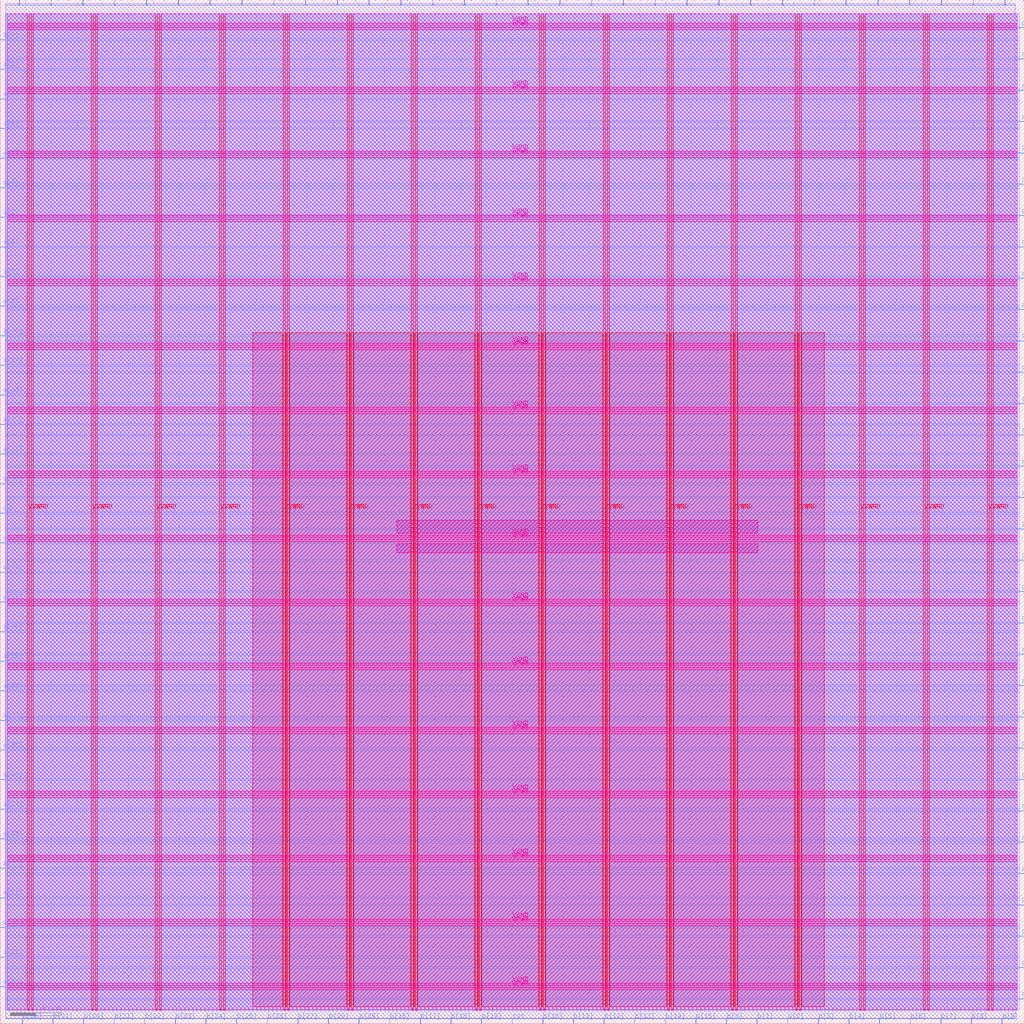
<source format=lef>
VERSION 5.7 ;
  NOWIREEXTENSIONATPIN ON ;
  DIVIDERCHAR "/" ;
  BUSBITCHARS "[]" ;
MACRO pipelined_mult
  CLASS BLOCK ;
  FOREIGN pipelined_mult ;
  ORIGIN 0.000 0.000 ;
  SIZE 800.000 BY 800.000 ;
  PIN VGND
    DIRECTION INOUT ;
    USE GROUND ;
    PORT
      LAYER met4 ;
        RECT 24.340 10.640 25.940 789.040 ;
    END
    PORT
      LAYER met4 ;
        RECT 74.340 10.640 75.940 789.040 ;
    END
    PORT
      LAYER met4 ;
        RECT 124.340 10.640 125.940 789.040 ;
    END
    PORT
      LAYER met4 ;
        RECT 174.340 10.640 175.940 789.040 ;
    END
    PORT
      LAYER met4 ;
        RECT 224.340 10.640 225.940 789.040 ;
    END
    PORT
      LAYER met4 ;
        RECT 274.340 10.640 275.940 789.040 ;
    END
    PORT
      LAYER met4 ;
        RECT 324.340 10.640 325.940 789.040 ;
    END
    PORT
      LAYER met4 ;
        RECT 374.340 10.640 375.940 789.040 ;
    END
    PORT
      LAYER met4 ;
        RECT 424.340 10.640 425.940 789.040 ;
    END
    PORT
      LAYER met4 ;
        RECT 474.340 10.640 475.940 789.040 ;
    END
    PORT
      LAYER met4 ;
        RECT 524.340 10.640 525.940 789.040 ;
    END
    PORT
      LAYER met4 ;
        RECT 574.340 10.640 575.940 789.040 ;
    END
    PORT
      LAYER met4 ;
        RECT 624.340 10.640 625.940 789.040 ;
    END
    PORT
      LAYER met4 ;
        RECT 674.340 10.640 675.940 789.040 ;
    END
    PORT
      LAYER met4 ;
        RECT 724.340 10.640 725.940 789.040 ;
    END
    PORT
      LAYER met4 ;
        RECT 774.340 10.640 775.940 789.040 ;
    END
    PORT
      LAYER met5 ;
        RECT 5.280 30.030 794.660 31.630 ;
    END
    PORT
      LAYER met5 ;
        RECT 5.280 80.030 794.660 81.630 ;
    END
    PORT
      LAYER met5 ;
        RECT 5.280 130.030 794.660 131.630 ;
    END
    PORT
      LAYER met5 ;
        RECT 5.280 180.030 794.660 181.630 ;
    END
    PORT
      LAYER met5 ;
        RECT 5.280 230.030 794.660 231.630 ;
    END
    PORT
      LAYER met5 ;
        RECT 5.280 280.030 794.660 281.630 ;
    END
    PORT
      LAYER met5 ;
        RECT 5.280 330.030 794.660 331.630 ;
    END
    PORT
      LAYER met5 ;
        RECT 5.280 380.030 794.660 381.630 ;
    END
    PORT
      LAYER met5 ;
        RECT 5.280 430.030 794.660 431.630 ;
    END
    PORT
      LAYER met5 ;
        RECT 5.280 480.030 794.660 481.630 ;
    END
    PORT
      LAYER met5 ;
        RECT 5.280 530.030 794.660 531.630 ;
    END
    PORT
      LAYER met5 ;
        RECT 5.280 580.030 794.660 581.630 ;
    END
    PORT
      LAYER met5 ;
        RECT 5.280 630.030 794.660 631.630 ;
    END
    PORT
      LAYER met5 ;
        RECT 5.280 680.030 794.660 681.630 ;
    END
    PORT
      LAYER met5 ;
        RECT 5.280 730.030 794.660 731.630 ;
    END
    PORT
      LAYER met5 ;
        RECT 5.280 780.030 794.660 781.630 ;
    END
  END VGND
  PIN VPWR
    DIRECTION INOUT ;
    USE POWER ;
    PORT
      LAYER met4 ;
        RECT 21.040 10.640 22.640 789.040 ;
    END
    PORT
      LAYER met4 ;
        RECT 71.040 10.640 72.640 789.040 ;
    END
    PORT
      LAYER met4 ;
        RECT 121.040 10.640 122.640 789.040 ;
    END
    PORT
      LAYER met4 ;
        RECT 171.040 10.640 172.640 789.040 ;
    END
    PORT
      LAYER met4 ;
        RECT 221.040 10.640 222.640 789.040 ;
    END
    PORT
      LAYER met4 ;
        RECT 271.040 10.640 272.640 789.040 ;
    END
    PORT
      LAYER met4 ;
        RECT 321.040 10.640 322.640 789.040 ;
    END
    PORT
      LAYER met4 ;
        RECT 371.040 10.640 372.640 789.040 ;
    END
    PORT
      LAYER met4 ;
        RECT 421.040 10.640 422.640 789.040 ;
    END
    PORT
      LAYER met4 ;
        RECT 471.040 10.640 472.640 789.040 ;
    END
    PORT
      LAYER met4 ;
        RECT 521.040 10.640 522.640 789.040 ;
    END
    PORT
      LAYER met4 ;
        RECT 571.040 10.640 572.640 789.040 ;
    END
    PORT
      LAYER met4 ;
        RECT 621.040 10.640 622.640 789.040 ;
    END
    PORT
      LAYER met4 ;
        RECT 671.040 10.640 672.640 789.040 ;
    END
    PORT
      LAYER met4 ;
        RECT 721.040 10.640 722.640 789.040 ;
    END
    PORT
      LAYER met4 ;
        RECT 771.040 10.640 772.640 789.040 ;
    END
    PORT
      LAYER met5 ;
        RECT 5.280 26.730 794.660 28.330 ;
    END
    PORT
      LAYER met5 ;
        RECT 5.280 76.730 794.660 78.330 ;
    END
    PORT
      LAYER met5 ;
        RECT 5.280 126.730 794.660 128.330 ;
    END
    PORT
      LAYER met5 ;
        RECT 5.280 176.730 794.660 178.330 ;
    END
    PORT
      LAYER met5 ;
        RECT 5.280 226.730 794.660 228.330 ;
    END
    PORT
      LAYER met5 ;
        RECT 5.280 276.730 794.660 278.330 ;
    END
    PORT
      LAYER met5 ;
        RECT 5.280 326.730 794.660 328.330 ;
    END
    PORT
      LAYER met5 ;
        RECT 5.280 376.730 794.660 378.330 ;
    END
    PORT
      LAYER met5 ;
        RECT 5.280 426.730 794.660 428.330 ;
    END
    PORT
      LAYER met5 ;
        RECT 5.280 476.730 794.660 478.330 ;
    END
    PORT
      LAYER met5 ;
        RECT 5.280 526.730 794.660 528.330 ;
    END
    PORT
      LAYER met5 ;
        RECT 5.280 576.730 794.660 578.330 ;
    END
    PORT
      LAYER met5 ;
        RECT 5.280 626.730 794.660 628.330 ;
    END
    PORT
      LAYER met5 ;
        RECT 5.280 676.730 794.660 678.330 ;
    END
    PORT
      LAYER met5 ;
        RECT 5.280 726.730 794.660 728.330 ;
    END
    PORT
      LAYER met5 ;
        RECT 5.280 776.730 794.660 778.330 ;
    END
  END VPWR
  PIN a[0]
    DIRECTION INPUT ;
    USE SIGNAL ;
    ANTENNAGATEAREA 0.213000 ;
    PORT
      LAYER met3 ;
        RECT 0.000 560.360 4.000 560.960 ;
    END
  END a[0]
  PIN a[10]
    DIRECTION INPUT ;
    USE SIGNAL ;
    ANTENNAGATEAREA 0.159000 ;
    PORT
      LAYER met3 ;
        RECT 0.000 421.640 4.000 422.240 ;
    END
  END a[10]
  PIN a[11]
    DIRECTION INPUT ;
    USE SIGNAL ;
    ANTENNAGATEAREA 0.159000 ;
    PORT
      LAYER met3 ;
        RECT 0.000 444.760 4.000 445.360 ;
    END
  END a[11]
  PIN a[12]
    DIRECTION INPUT ;
    USE SIGNAL ;
    ANTENNAGATEAREA 0.159000 ;
    PORT
      LAYER met3 ;
        RECT 0.000 467.880 4.000 468.480 ;
    END
  END a[12]
  PIN a[13]
    DIRECTION INPUT ;
    USE SIGNAL ;
    ANTENNAGATEAREA 0.159000 ;
    PORT
      LAYER met3 ;
        RECT 0.000 491.000 4.000 491.600 ;
    END
  END a[13]
  PIN a[14]
    DIRECTION INPUT ;
    USE SIGNAL ;
    ANTENNAGATEAREA 0.159000 ;
    PORT
      LAYER met3 ;
        RECT 0.000 514.120 4.000 514.720 ;
    END
  END a[14]
  PIN a[15]
    DIRECTION INPUT ;
    USE SIGNAL ;
    ANTENNAGATEAREA 0.159000 ;
    PORT
      LAYER met3 ;
        RECT 0.000 537.240 4.000 537.840 ;
    END
  END a[15]
  PIN a[16]
    DIRECTION INPUT ;
    USE SIGNAL ;
    ANTENNAGATEAREA 0.196500 ;
    PORT
      LAYER met3 ;
        RECT 0.000 306.040 4.000 306.640 ;
    END
  END a[16]
  PIN a[17]
    DIRECTION INPUT ;
    USE SIGNAL ;
    ANTENNAGATEAREA 0.126000 ;
    PORT
      LAYER met3 ;
        RECT 0.000 329.160 4.000 329.760 ;
    END
  END a[17]
  PIN a[18]
    DIRECTION INPUT ;
    USE SIGNAL ;
    ANTENNAGATEAREA 0.213000 ;
    PORT
      LAYER met3 ;
        RECT 0.000 352.280 4.000 352.880 ;
    END
  END a[18]
  PIN a[19]
    DIRECTION INPUT ;
    USE SIGNAL ;
    ANTENNAGATEAREA 0.213000 ;
    PORT
      LAYER met3 ;
        RECT 0.000 375.400 4.000 376.000 ;
    END
  END a[19]
  PIN a[1]
    DIRECTION INPUT ;
    USE SIGNAL ;
    ANTENNAGATEAREA 0.213000 ;
    PORT
      LAYER met3 ;
        RECT 0.000 583.480 4.000 584.080 ;
    END
  END a[1]
  PIN a[20]
    DIRECTION INPUT ;
    USE SIGNAL ;
    ANTENNAGATEAREA 0.159000 ;
    PORT
      LAYER met3 ;
        RECT 0.000 74.840 4.000 75.440 ;
    END
  END a[20]
  PIN a[21]
    DIRECTION INPUT ;
    USE SIGNAL ;
    ANTENNAGATEAREA 0.213000 ;
    PORT
      LAYER met3 ;
        RECT 0.000 97.960 4.000 98.560 ;
    END
  END a[21]
  PIN a[22]
    DIRECTION INPUT ;
    USE SIGNAL ;
    ANTENNAGATEAREA 0.213000 ;
    PORT
      LAYER met3 ;
        RECT 0.000 121.080 4.000 121.680 ;
    END
  END a[22]
  PIN a[23]
    DIRECTION INPUT ;
    USE SIGNAL ;
    ANTENNAGATEAREA 0.213000 ;
    PORT
      LAYER met3 ;
        RECT 0.000 144.200 4.000 144.800 ;
    END
  END a[23]
  PIN a[24]
    DIRECTION INPUT ;
    USE SIGNAL ;
    ANTENNAGATEAREA 0.126000 ;
    PORT
      LAYER met3 ;
        RECT 0.000 167.320 4.000 167.920 ;
    END
  END a[24]
  PIN a[25]
    DIRECTION INPUT ;
    USE SIGNAL ;
    ANTENNAGATEAREA 0.196500 ;
    PORT
      LAYER met3 ;
        RECT 0.000 190.440 4.000 191.040 ;
    END
  END a[25]
  PIN a[26]
    DIRECTION INPUT ;
    USE SIGNAL ;
    ANTENNAGATEAREA 0.196500 ;
    PORT
      LAYER met3 ;
        RECT 0.000 213.560 4.000 214.160 ;
    END
  END a[26]
  PIN a[27]
    DIRECTION INPUT ;
    USE SIGNAL ;
    ANTENNAGATEAREA 0.196500 ;
    PORT
      LAYER met3 ;
        RECT 0.000 236.680 4.000 237.280 ;
    END
  END a[27]
  PIN a[28]
    DIRECTION INPUT ;
    USE SIGNAL ;
    ANTENNAGATEAREA 0.196500 ;
    PORT
      LAYER met3 ;
        RECT 0.000 259.800 4.000 260.400 ;
    END
  END a[28]
  PIN a[29]
    DIRECTION INPUT ;
    USE SIGNAL ;
    ANTENNAGATEAREA 0.196500 ;
    PORT
      LAYER met3 ;
        RECT 0.000 282.920 4.000 283.520 ;
    END
  END a[29]
  PIN a[2]
    DIRECTION INPUT ;
    USE SIGNAL ;
    ANTENNAGATEAREA 0.213000 ;
    PORT
      LAYER met3 ;
        RECT 0.000 606.600 4.000 607.200 ;
    END
  END a[2]
  PIN a[30]
    DIRECTION INPUT ;
    USE SIGNAL ;
    ANTENNAGATEAREA 0.159000 ;
    PORT
      LAYER met3 ;
        RECT 0.000 28.600 4.000 29.200 ;
    END
  END a[30]
  PIN a[31]
    DIRECTION INPUT ;
    USE SIGNAL ;
    ANTENNAGATEAREA 0.213000 ;
    PORT
      LAYER met3 ;
        RECT 0.000 51.720 4.000 52.320 ;
    END
  END a[31]
  PIN a[3]
    DIRECTION INPUT ;
    USE SIGNAL ;
    ANTENNAGATEAREA 0.213000 ;
    PORT
      LAYER met3 ;
        RECT 0.000 629.720 4.000 630.320 ;
    END
  END a[3]
  PIN a[4]
    DIRECTION INPUT ;
    USE SIGNAL ;
    ANTENNAGATEAREA 0.213000 ;
    PORT
      LAYER met3 ;
        RECT 0.000 652.840 4.000 653.440 ;
    END
  END a[4]
  PIN a[5]
    DIRECTION INPUT ;
    USE SIGNAL ;
    ANTENNAGATEAREA 0.213000 ;
    PORT
      LAYER met3 ;
        RECT 0.000 675.960 4.000 676.560 ;
    END
  END a[5]
  PIN a[6]
    DIRECTION INPUT ;
    USE SIGNAL ;
    ANTENNAGATEAREA 0.213000 ;
    PORT
      LAYER met3 ;
        RECT 0.000 699.080 4.000 699.680 ;
    END
  END a[6]
  PIN a[7]
    DIRECTION INPUT ;
    USE SIGNAL ;
    ANTENNAGATEAREA 0.247500 ;
    PORT
      LAYER met3 ;
        RECT 0.000 722.200 4.000 722.800 ;
    END
  END a[7]
  PIN a[8]
    DIRECTION INPUT ;
    USE SIGNAL ;
    ANTENNAGATEAREA 0.247500 ;
    PORT
      LAYER met3 ;
        RECT 0.000 745.320 4.000 745.920 ;
    END
  END a[8]
  PIN a[9]
    DIRECTION INPUT ;
    USE SIGNAL ;
    ANTENNAGATEAREA 0.247500 ;
    PORT
      LAYER met3 ;
        RECT 0.000 768.440 4.000 769.040 ;
    END
  END a[9]
  PIN b[0]
    DIRECTION INPUT ;
    USE SIGNAL ;
    ANTENNAGATEAREA 0.213000 ;
    PORT
      LAYER met2 ;
        RECT 567.270 0.000 567.550 4.000 ;
    END
  END b[0]
  PIN b[10]
    DIRECTION INPUT ;
    USE SIGNAL ;
    ANTENNAGATEAREA 0.126000 ;
    PORT
      LAYER met2 ;
        RECT 423.750 0.000 424.030 4.000 ;
    END
  END b[10]
  PIN b[11]
    DIRECTION INPUT ;
    USE SIGNAL ;
    ANTENNAGATEAREA 0.126000 ;
    PORT
      LAYER met2 ;
        RECT 447.670 0.000 447.950 4.000 ;
    END
  END b[11]
  PIN b[12]
    DIRECTION INPUT ;
    USE SIGNAL ;
    ANTENNAGATEAREA 0.126000 ;
    PORT
      LAYER met2 ;
        RECT 471.590 0.000 471.870 4.000 ;
    END
  END b[12]
  PIN b[13]
    DIRECTION INPUT ;
    USE SIGNAL ;
    ANTENNAGATEAREA 0.126000 ;
    PORT
      LAYER met2 ;
        RECT 495.510 0.000 495.790 4.000 ;
    END
  END b[13]
  PIN b[14]
    DIRECTION INPUT ;
    USE SIGNAL ;
    ANTENNAGATEAREA 0.126000 ;
    PORT
      LAYER met2 ;
        RECT 519.430 0.000 519.710 4.000 ;
    END
  END b[14]
  PIN b[15]
    DIRECTION INPUT ;
    USE SIGNAL ;
    ANTENNAGATEAREA 0.126000 ;
    PORT
      LAYER met2 ;
        RECT 543.350 0.000 543.630 4.000 ;
    END
  END b[15]
  PIN b[16]
    DIRECTION INPUT ;
    USE SIGNAL ;
    ANTENNAGATEAREA 0.159000 ;
    PORT
      LAYER met2 ;
        RECT 304.150 0.000 304.430 4.000 ;
    END
  END b[16]
  PIN b[17]
    DIRECTION INPUT ;
    USE SIGNAL ;
    ANTENNAGATEAREA 0.159000 ;
    PORT
      LAYER met2 ;
        RECT 328.070 0.000 328.350 4.000 ;
    END
  END b[17]
  PIN b[18]
    DIRECTION INPUT ;
    USE SIGNAL ;
    ANTENNAGATEAREA 0.159000 ;
    PORT
      LAYER met2 ;
        RECT 351.990 0.000 352.270 4.000 ;
    END
  END b[18]
  PIN b[19]
    DIRECTION INPUT ;
    USE SIGNAL ;
    ANTENNAGATEAREA 0.159000 ;
    PORT
      LAYER met2 ;
        RECT 375.910 0.000 376.190 4.000 ;
    END
  END b[19]
  PIN b[1]
    DIRECTION INPUT ;
    USE SIGNAL ;
    ANTENNAGATEAREA 0.213000 ;
    PORT
      LAYER met2 ;
        RECT 591.190 0.000 591.470 4.000 ;
    END
  END b[1]
  PIN b[20]
    DIRECTION INPUT ;
    USE SIGNAL ;
    ANTENNAGATEAREA 0.213000 ;
    PORT
      LAYER met2 ;
        RECT 64.950 0.000 65.230 4.000 ;
    END
  END b[20]
  PIN b[21]
    DIRECTION INPUT ;
    USE SIGNAL ;
    ANTENNAGATEAREA 0.159000 ;
    PORT
      LAYER met2 ;
        RECT 88.870 0.000 89.150 4.000 ;
    END
  END b[21]
  PIN b[22]
    DIRECTION INPUT ;
    USE SIGNAL ;
    ANTENNAGATEAREA 0.159000 ;
    PORT
      LAYER met2 ;
        RECT 112.790 0.000 113.070 4.000 ;
    END
  END b[22]
  PIN b[23]
    DIRECTION INPUT ;
    USE SIGNAL ;
    ANTENNAGATEAREA 0.159000 ;
    PORT
      LAYER met2 ;
        RECT 136.710 0.000 136.990 4.000 ;
    END
  END b[23]
  PIN b[24]
    DIRECTION INPUT ;
    USE SIGNAL ;
    ANTENNAGATEAREA 0.159000 ;
    PORT
      LAYER met2 ;
        RECT 160.630 0.000 160.910 4.000 ;
    END
  END b[24]
  PIN b[25]
    DIRECTION INPUT ;
    USE SIGNAL ;
    ANTENNAGATEAREA 0.159000 ;
    PORT
      LAYER met2 ;
        RECT 184.550 0.000 184.830 4.000 ;
    END
  END b[25]
  PIN b[26]
    DIRECTION INPUT ;
    USE SIGNAL ;
    ANTENNAGATEAREA 0.159000 ;
    PORT
      LAYER met2 ;
        RECT 208.470 0.000 208.750 4.000 ;
    END
  END b[26]
  PIN b[27]
    DIRECTION INPUT ;
    USE SIGNAL ;
    ANTENNAGATEAREA 0.159000 ;
    PORT
      LAYER met2 ;
        RECT 232.390 0.000 232.670 4.000 ;
    END
  END b[27]
  PIN b[28]
    DIRECTION INPUT ;
    USE SIGNAL ;
    ANTENNAGATEAREA 0.159000 ;
    PORT
      LAYER met2 ;
        RECT 256.310 0.000 256.590 4.000 ;
    END
  END b[28]
  PIN b[29]
    DIRECTION INPUT ;
    USE SIGNAL ;
    ANTENNAGATEAREA 0.159000 ;
    PORT
      LAYER met2 ;
        RECT 280.230 0.000 280.510 4.000 ;
    END
  END b[29]
  PIN b[2]
    DIRECTION INPUT ;
    USE SIGNAL ;
    ANTENNAGATEAREA 0.213000 ;
    PORT
      LAYER met2 ;
        RECT 615.110 0.000 615.390 4.000 ;
    END
  END b[2]
  PIN b[30]
    DIRECTION INPUT ;
    USE SIGNAL ;
    ANTENNAGATEAREA 0.213000 ;
    PORT
      LAYER met2 ;
        RECT 17.110 0.000 17.390 4.000 ;
    END
  END b[30]
  PIN b[31]
    DIRECTION INPUT ;
    USE SIGNAL ;
    ANTENNAGATEAREA 0.213000 ;
    PORT
      LAYER met2 ;
        RECT 41.030 0.000 41.310 4.000 ;
    END
  END b[31]
  PIN b[3]
    DIRECTION INPUT ;
    USE SIGNAL ;
    ANTENNAGATEAREA 0.213000 ;
    PORT
      LAYER met2 ;
        RECT 639.030 0.000 639.310 4.000 ;
    END
  END b[3]
  PIN b[4]
    DIRECTION INPUT ;
    USE SIGNAL ;
    ANTENNAGATEAREA 0.213000 ;
    PORT
      LAYER met2 ;
        RECT 662.950 0.000 663.230 4.000 ;
    END
  END b[4]
  PIN b[5]
    DIRECTION INPUT ;
    USE SIGNAL ;
    ANTENNAGATEAREA 0.213000 ;
    PORT
      LAYER met2 ;
        RECT 686.870 0.000 687.150 4.000 ;
    END
  END b[5]
  PIN b[6]
    DIRECTION INPUT ;
    USE SIGNAL ;
    ANTENNAGATEAREA 0.213000 ;
    PORT
      LAYER met2 ;
        RECT 710.790 0.000 711.070 4.000 ;
    END
  END b[6]
  PIN b[7]
    DIRECTION INPUT ;
    USE SIGNAL ;
    ANTENNAGATEAREA 0.213000 ;
    PORT
      LAYER met2 ;
        RECT 734.710 0.000 734.990 4.000 ;
    END
  END b[7]
  PIN b[8]
    DIRECTION INPUT ;
    USE SIGNAL ;
    ANTENNAGATEAREA 0.159000 ;
    PORT
      LAYER met2 ;
        RECT 758.630 0.000 758.910 4.000 ;
    END
  END b[8]
  PIN b[9]
    DIRECTION INPUT ;
    USE SIGNAL ;
    ANTENNAGATEAREA 0.159000 ;
    PORT
      LAYER met2 ;
        RECT 782.550 0.000 782.830 4.000 ;
    END
  END b[9]
  PIN clk
    DIRECTION INPUT ;
    USE SIGNAL ;
    ANTENNAGATEAREA 1.286700 ;
    ANTENNADIFFAREA 0.434700 ;
    PORT
      LAYER met3 ;
        RECT 0.000 398.520 4.000 399.120 ;
    END
  END clk
  PIN p[0]
    DIRECTION OUTPUT ;
    USE SIGNAL ;
    ANTENNADIFFAREA 0.445500 ;
    PORT
      LAYER met3 ;
        RECT 796.000 557.640 800.000 558.240 ;
    END
  END p[0]
  PIN p[10]
    DIRECTION OUTPUT ;
    USE SIGNAL ;
    ANTENNADIFFAREA 0.445500 ;
    PORT
      LAYER met3 ;
        RECT 796.000 312.840 800.000 313.440 ;
    END
  END p[10]
  PIN p[11]
    DIRECTION OUTPUT ;
    USE SIGNAL ;
    ANTENNADIFFAREA 0.445500 ;
    PORT
      LAYER met3 ;
        RECT 796.000 337.320 800.000 337.920 ;
    END
  END p[11]
  PIN p[12]
    DIRECTION OUTPUT ;
    USE SIGNAL ;
    ANTENNADIFFAREA 0.445500 ;
    PORT
      LAYER met3 ;
        RECT 796.000 361.800 800.000 362.400 ;
    END
  END p[12]
  PIN p[13]
    DIRECTION OUTPUT ;
    USE SIGNAL ;
    ANTENNADIFFAREA 0.445500 ;
    PORT
      LAYER met3 ;
        RECT 796.000 386.280 800.000 386.880 ;
    END
  END p[13]
  PIN p[14]
    DIRECTION OUTPUT ;
    USE SIGNAL ;
    ANTENNADIFFAREA 0.445500 ;
    PORT
      LAYER met3 ;
        RECT 796.000 410.760 800.000 411.360 ;
    END
  END p[14]
  PIN p[15]
    DIRECTION OUTPUT ;
    USE SIGNAL ;
    ANTENNADIFFAREA 0.445500 ;
    PORT
      LAYER met3 ;
        RECT 796.000 435.240 800.000 435.840 ;
    END
  END p[15]
  PIN p[16]
    DIRECTION OUTPUT ;
    USE SIGNAL ;
    ANTENNADIFFAREA 0.445500 ;
    PORT
      LAYER met3 ;
        RECT 796.000 459.720 800.000 460.320 ;
    END
  END p[16]
  PIN p[17]
    DIRECTION OUTPUT ;
    USE SIGNAL ;
    ANTENNADIFFAREA 0.445500 ;
    PORT
      LAYER met3 ;
        RECT 796.000 484.200 800.000 484.800 ;
    END
  END p[17]
  PIN p[18]
    DIRECTION OUTPUT ;
    USE SIGNAL ;
    ANTENNADIFFAREA 0.445500 ;
    PORT
      LAYER met3 ;
        RECT 796.000 508.680 800.000 509.280 ;
    END
  END p[18]
  PIN p[19]
    DIRECTION OUTPUT ;
    USE SIGNAL ;
    ANTENNADIFFAREA 0.445500 ;
    PORT
      LAYER met3 ;
        RECT 796.000 533.160 800.000 533.760 ;
    END
  END p[19]
  PIN p[1]
    DIRECTION OUTPUT ;
    USE SIGNAL ;
    ANTENNADIFFAREA 0.445500 ;
    PORT
      LAYER met3 ;
        RECT 796.000 582.120 800.000 582.720 ;
    END
  END p[1]
  PIN p[20]
    DIRECTION OUTPUT ;
    USE SIGNAL ;
    ANTENNADIFFAREA 0.445500 ;
    PORT
      LAYER met3 ;
        RECT 796.000 68.040 800.000 68.640 ;
    END
  END p[20]
  PIN p[21]
    DIRECTION OUTPUT ;
    USE SIGNAL ;
    ANTENNADIFFAREA 0.445500 ;
    PORT
      LAYER met3 ;
        RECT 796.000 92.520 800.000 93.120 ;
    END
  END p[21]
  PIN p[22]
    DIRECTION OUTPUT ;
    USE SIGNAL ;
    ANTENNADIFFAREA 0.445500 ;
    PORT
      LAYER met3 ;
        RECT 796.000 117.000 800.000 117.600 ;
    END
  END p[22]
  PIN p[23]
    DIRECTION OUTPUT ;
    USE SIGNAL ;
    ANTENNADIFFAREA 0.445500 ;
    PORT
      LAYER met3 ;
        RECT 796.000 141.480 800.000 142.080 ;
    END
  END p[23]
  PIN p[24]
    DIRECTION OUTPUT ;
    USE SIGNAL ;
    ANTENNADIFFAREA 0.445500 ;
    PORT
      LAYER met3 ;
        RECT 796.000 165.960 800.000 166.560 ;
    END
  END p[24]
  PIN p[25]
    DIRECTION OUTPUT ;
    USE SIGNAL ;
    ANTENNADIFFAREA 0.445500 ;
    PORT
      LAYER met3 ;
        RECT 796.000 190.440 800.000 191.040 ;
    END
  END p[25]
  PIN p[26]
    DIRECTION OUTPUT ;
    USE SIGNAL ;
    ANTENNADIFFAREA 0.445500 ;
    PORT
      LAYER met3 ;
        RECT 796.000 214.920 800.000 215.520 ;
    END
  END p[26]
  PIN p[27]
    DIRECTION OUTPUT ;
    USE SIGNAL ;
    ANTENNADIFFAREA 0.445500 ;
    PORT
      LAYER met3 ;
        RECT 796.000 239.400 800.000 240.000 ;
    END
  END p[27]
  PIN p[28]
    DIRECTION OUTPUT ;
    USE SIGNAL ;
    ANTENNADIFFAREA 0.445500 ;
    PORT
      LAYER met3 ;
        RECT 796.000 263.880 800.000 264.480 ;
    END
  END p[28]
  PIN p[29]
    DIRECTION OUTPUT ;
    USE SIGNAL ;
    ANTENNADIFFAREA 0.445500 ;
    PORT
      LAYER met3 ;
        RECT 796.000 288.360 800.000 288.960 ;
    END
  END p[29]
  PIN p[2]
    DIRECTION OUTPUT ;
    USE SIGNAL ;
    ANTENNADIFFAREA 0.445500 ;
    PORT
      LAYER met3 ;
        RECT 796.000 606.600 800.000 607.200 ;
    END
  END p[2]
  PIN p[30]
    DIRECTION OUTPUT ;
    USE SIGNAL ;
    ANTENNADIFFAREA 0.445500 ;
    PORT
      LAYER met3 ;
        RECT 796.000 19.080 800.000 19.680 ;
    END
  END p[30]
  PIN p[31]
    DIRECTION OUTPUT ;
    USE SIGNAL ;
    ANTENNADIFFAREA 0.445500 ;
    PORT
      LAYER met3 ;
        RECT 796.000 43.560 800.000 44.160 ;
    END
  END p[31]
  PIN p[32]
    DIRECTION OUTPUT ;
    USE SIGNAL ;
    ANTENNADIFFAREA 0.445500 ;
    PORT
      LAYER met2 ;
        RECT 610.970 796.000 611.250 800.000 ;
    END
  END p[32]
  PIN p[33]
    DIRECTION OUTPUT ;
    USE SIGNAL ;
    ANTENNADIFFAREA 0.445500 ;
    PORT
      LAYER met2 ;
        RECT 635.810 796.000 636.090 800.000 ;
    END
  END p[33]
  PIN p[34]
    DIRECTION OUTPUT ;
    USE SIGNAL ;
    ANTENNADIFFAREA 0.445500 ;
    PORT
      LAYER met2 ;
        RECT 660.650 796.000 660.930 800.000 ;
    END
  END p[34]
  PIN p[35]
    DIRECTION OUTPUT ;
    USE SIGNAL ;
    ANTENNADIFFAREA 0.445500 ;
    PORT
      LAYER met2 ;
        RECT 685.490 796.000 685.770 800.000 ;
    END
  END p[35]
  PIN p[36]
    DIRECTION OUTPUT ;
    USE SIGNAL ;
    ANTENNADIFFAREA 0.445500 ;
    PORT
      LAYER met2 ;
        RECT 710.330 796.000 710.610 800.000 ;
    END
  END p[36]
  PIN p[37]
    DIRECTION OUTPUT ;
    USE SIGNAL ;
    ANTENNADIFFAREA 0.445500 ;
    PORT
      LAYER met2 ;
        RECT 735.170 796.000 735.450 800.000 ;
    END
  END p[37]
  PIN p[38]
    DIRECTION OUTPUT ;
    USE SIGNAL ;
    ANTENNADIFFAREA 0.445500 ;
    PORT
      LAYER met2 ;
        RECT 760.010 796.000 760.290 800.000 ;
    END
  END p[38]
  PIN p[39]
    DIRECTION OUTPUT ;
    USE SIGNAL ;
    ANTENNADIFFAREA 0.445500 ;
    PORT
      LAYER met2 ;
        RECT 784.850 796.000 785.130 800.000 ;
    END
  END p[39]
  PIN p[3]
    DIRECTION OUTPUT ;
    USE SIGNAL ;
    ANTENNADIFFAREA 0.445500 ;
    PORT
      LAYER met3 ;
        RECT 796.000 631.080 800.000 631.680 ;
    END
  END p[3]
  PIN p[40]
    DIRECTION OUTPUT ;
    USE SIGNAL ;
    ANTENNADIFFAREA 0.445500 ;
    PORT
      LAYER met2 ;
        RECT 362.570 796.000 362.850 800.000 ;
    END
  END p[40]
  PIN p[41]
    DIRECTION OUTPUT ;
    USE SIGNAL ;
    ANTENNADIFFAREA 0.445500 ;
    PORT
      LAYER met2 ;
        RECT 387.410 796.000 387.690 800.000 ;
    END
  END p[41]
  PIN p[42]
    DIRECTION OUTPUT ;
    USE SIGNAL ;
    ANTENNADIFFAREA 0.445500 ;
    PORT
      LAYER met2 ;
        RECT 412.250 796.000 412.530 800.000 ;
    END
  END p[42]
  PIN p[43]
    DIRECTION OUTPUT ;
    USE SIGNAL ;
    ANTENNADIFFAREA 0.445500 ;
    PORT
      LAYER met2 ;
        RECT 437.090 796.000 437.370 800.000 ;
    END
  END p[43]
  PIN p[44]
    DIRECTION OUTPUT ;
    USE SIGNAL ;
    ANTENNADIFFAREA 0.445500 ;
    PORT
      LAYER met2 ;
        RECT 461.930 796.000 462.210 800.000 ;
    END
  END p[44]
  PIN p[45]
    DIRECTION OUTPUT ;
    USE SIGNAL ;
    ANTENNADIFFAREA 0.445500 ;
    PORT
      LAYER met2 ;
        RECT 486.770 796.000 487.050 800.000 ;
    END
  END p[45]
  PIN p[46]
    DIRECTION OUTPUT ;
    USE SIGNAL ;
    ANTENNADIFFAREA 0.445500 ;
    PORT
      LAYER met2 ;
        RECT 511.610 796.000 511.890 800.000 ;
    END
  END p[46]
  PIN p[47]
    DIRECTION OUTPUT ;
    USE SIGNAL ;
    ANTENNADIFFAREA 0.445500 ;
    PORT
      LAYER met2 ;
        RECT 536.450 796.000 536.730 800.000 ;
    END
  END p[47]
  PIN p[48]
    DIRECTION OUTPUT ;
    USE SIGNAL ;
    ANTENNADIFFAREA 0.445500 ;
    PORT
      LAYER met2 ;
        RECT 561.290 796.000 561.570 800.000 ;
    END
  END p[48]
  PIN p[49]
    DIRECTION OUTPUT ;
    USE SIGNAL ;
    ANTENNADIFFAREA 0.445500 ;
    PORT
      LAYER met2 ;
        RECT 586.130 796.000 586.410 800.000 ;
    END
  END p[49]
  PIN p[4]
    DIRECTION OUTPUT ;
    USE SIGNAL ;
    ANTENNADIFFAREA 0.445500 ;
    PORT
      LAYER met3 ;
        RECT 796.000 655.560 800.000 656.160 ;
    END
  END p[4]
  PIN p[50]
    DIRECTION OUTPUT ;
    USE SIGNAL ;
    ANTENNADIFFAREA 0.445500 ;
    PORT
      LAYER met2 ;
        RECT 114.170 796.000 114.450 800.000 ;
    END
  END p[50]
  PIN p[51]
    DIRECTION OUTPUT ;
    USE SIGNAL ;
    ANTENNADIFFAREA 0.445500 ;
    PORT
      LAYER met2 ;
        RECT 139.010 796.000 139.290 800.000 ;
    END
  END p[51]
  PIN p[52]
    DIRECTION OUTPUT ;
    USE SIGNAL ;
    ANTENNADIFFAREA 0.445500 ;
    PORT
      LAYER met2 ;
        RECT 163.850 796.000 164.130 800.000 ;
    END
  END p[52]
  PIN p[53]
    DIRECTION OUTPUT ;
    USE SIGNAL ;
    ANTENNADIFFAREA 0.445500 ;
    PORT
      LAYER met2 ;
        RECT 188.690 796.000 188.970 800.000 ;
    END
  END p[53]
  PIN p[54]
    DIRECTION OUTPUT ;
    USE SIGNAL ;
    ANTENNADIFFAREA 0.445500 ;
    PORT
      LAYER met2 ;
        RECT 213.530 796.000 213.810 800.000 ;
    END
  END p[54]
  PIN p[55]
    DIRECTION OUTPUT ;
    USE SIGNAL ;
    ANTENNADIFFAREA 0.445500 ;
    PORT
      LAYER met2 ;
        RECT 238.370 796.000 238.650 800.000 ;
    END
  END p[55]
  PIN p[56]
    DIRECTION OUTPUT ;
    USE SIGNAL ;
    ANTENNADIFFAREA 0.445500 ;
    PORT
      LAYER met2 ;
        RECT 263.210 796.000 263.490 800.000 ;
    END
  END p[56]
  PIN p[57]
    DIRECTION OUTPUT ;
    USE SIGNAL ;
    ANTENNADIFFAREA 0.445500 ;
    PORT
      LAYER met2 ;
        RECT 288.050 796.000 288.330 800.000 ;
    END
  END p[57]
  PIN p[58]
    DIRECTION OUTPUT ;
    USE SIGNAL ;
    ANTENNADIFFAREA 0.445500 ;
    PORT
      LAYER met2 ;
        RECT 312.890 796.000 313.170 800.000 ;
    END
  END p[58]
  PIN p[59]
    DIRECTION OUTPUT ;
    USE SIGNAL ;
    ANTENNADIFFAREA 0.445500 ;
    PORT
      LAYER met2 ;
        RECT 337.730 796.000 338.010 800.000 ;
    END
  END p[59]
  PIN p[5]
    DIRECTION OUTPUT ;
    USE SIGNAL ;
    ANTENNADIFFAREA 0.445500 ;
    PORT
      LAYER met3 ;
        RECT 796.000 680.040 800.000 680.640 ;
    END
  END p[5]
  PIN p[60]
    DIRECTION OUTPUT ;
    USE SIGNAL ;
    ANTENNADIFFAREA 0.445500 ;
    PORT
      LAYER met2 ;
        RECT 14.810 796.000 15.090 800.000 ;
    END
  END p[60]
  PIN p[61]
    DIRECTION OUTPUT ;
    USE SIGNAL ;
    ANTENNADIFFAREA 0.445500 ;
    PORT
      LAYER met2 ;
        RECT 39.650 796.000 39.930 800.000 ;
    END
  END p[61]
  PIN p[62]
    DIRECTION OUTPUT ;
    USE SIGNAL ;
    ANTENNADIFFAREA 0.445500 ;
    PORT
      LAYER met2 ;
        RECT 64.490 796.000 64.770 800.000 ;
    END
  END p[62]
  PIN p[63]
    DIRECTION OUTPUT ;
    USE SIGNAL ;
    ANTENNADIFFAREA 0.445500 ;
    PORT
      LAYER met2 ;
        RECT 89.330 796.000 89.610 800.000 ;
    END
  END p[63]
  PIN p[6]
    DIRECTION OUTPUT ;
    USE SIGNAL ;
    ANTENNADIFFAREA 0.445500 ;
    PORT
      LAYER met3 ;
        RECT 796.000 704.520 800.000 705.120 ;
    END
  END p[6]
  PIN p[7]
    DIRECTION OUTPUT ;
    USE SIGNAL ;
    ANTENNADIFFAREA 0.445500 ;
    PORT
      LAYER met3 ;
        RECT 796.000 729.000 800.000 729.600 ;
    END
  END p[7]
  PIN p[8]
    DIRECTION OUTPUT ;
    USE SIGNAL ;
    ANTENNADIFFAREA 0.445500 ;
    PORT
      LAYER met3 ;
        RECT 796.000 753.480 800.000 754.080 ;
    END
  END p[8]
  PIN p[9]
    DIRECTION OUTPUT ;
    USE SIGNAL ;
    ANTENNADIFFAREA 0.445500 ;
    PORT
      LAYER met3 ;
        RECT 796.000 777.960 800.000 778.560 ;
    END
  END p[9]
  PIN rst
    DIRECTION INPUT ;
    USE SIGNAL ;
    ANTENNAGATEAREA 0.852000 ;
    PORT
      LAYER met2 ;
        RECT 399.830 0.000 400.110 4.000 ;
    END
  END rst
  OBS
      LAYER nwell ;
        RECT 5.330 10.795 794.610 788.885 ;
      LAYER li1 ;
        RECT 5.520 10.795 794.420 788.885 ;
      LAYER met1 ;
        RECT 4.210 10.640 794.420 789.040 ;
      LAYER met2 ;
        RECT 4.230 795.720 14.530 796.690 ;
        RECT 15.370 795.720 39.370 796.690 ;
        RECT 40.210 795.720 64.210 796.690 ;
        RECT 65.050 795.720 89.050 796.690 ;
        RECT 89.890 795.720 113.890 796.690 ;
        RECT 114.730 795.720 138.730 796.690 ;
        RECT 139.570 795.720 163.570 796.690 ;
        RECT 164.410 795.720 188.410 796.690 ;
        RECT 189.250 795.720 213.250 796.690 ;
        RECT 214.090 795.720 238.090 796.690 ;
        RECT 238.930 795.720 262.930 796.690 ;
        RECT 263.770 795.720 287.770 796.690 ;
        RECT 288.610 795.720 312.610 796.690 ;
        RECT 313.450 795.720 337.450 796.690 ;
        RECT 338.290 795.720 362.290 796.690 ;
        RECT 363.130 795.720 387.130 796.690 ;
        RECT 387.970 795.720 411.970 796.690 ;
        RECT 412.810 795.720 436.810 796.690 ;
        RECT 437.650 795.720 461.650 796.690 ;
        RECT 462.490 795.720 486.490 796.690 ;
        RECT 487.330 795.720 511.330 796.690 ;
        RECT 512.170 795.720 536.170 796.690 ;
        RECT 537.010 795.720 561.010 796.690 ;
        RECT 561.850 795.720 585.850 796.690 ;
        RECT 586.690 795.720 610.690 796.690 ;
        RECT 611.530 795.720 635.530 796.690 ;
        RECT 636.370 795.720 660.370 796.690 ;
        RECT 661.210 795.720 685.210 796.690 ;
        RECT 686.050 795.720 710.050 796.690 ;
        RECT 710.890 795.720 734.890 796.690 ;
        RECT 735.730 795.720 759.730 796.690 ;
        RECT 760.570 795.720 784.570 796.690 ;
        RECT 785.410 795.720 792.940 796.690 ;
        RECT 4.230 4.280 792.940 795.720 ;
        RECT 4.230 4.000 16.830 4.280 ;
        RECT 17.670 4.000 40.750 4.280 ;
        RECT 41.590 4.000 64.670 4.280 ;
        RECT 65.510 4.000 88.590 4.280 ;
        RECT 89.430 4.000 112.510 4.280 ;
        RECT 113.350 4.000 136.430 4.280 ;
        RECT 137.270 4.000 160.350 4.280 ;
        RECT 161.190 4.000 184.270 4.280 ;
        RECT 185.110 4.000 208.190 4.280 ;
        RECT 209.030 4.000 232.110 4.280 ;
        RECT 232.950 4.000 256.030 4.280 ;
        RECT 256.870 4.000 279.950 4.280 ;
        RECT 280.790 4.000 303.870 4.280 ;
        RECT 304.710 4.000 327.790 4.280 ;
        RECT 328.630 4.000 351.710 4.280 ;
        RECT 352.550 4.000 375.630 4.280 ;
        RECT 376.470 4.000 399.550 4.280 ;
        RECT 400.390 4.000 423.470 4.280 ;
        RECT 424.310 4.000 447.390 4.280 ;
        RECT 448.230 4.000 471.310 4.280 ;
        RECT 472.150 4.000 495.230 4.280 ;
        RECT 496.070 4.000 519.150 4.280 ;
        RECT 519.990 4.000 543.070 4.280 ;
        RECT 543.910 4.000 566.990 4.280 ;
        RECT 567.830 4.000 590.910 4.280 ;
        RECT 591.750 4.000 614.830 4.280 ;
        RECT 615.670 4.000 638.750 4.280 ;
        RECT 639.590 4.000 662.670 4.280 ;
        RECT 663.510 4.000 686.590 4.280 ;
        RECT 687.430 4.000 710.510 4.280 ;
        RECT 711.350 4.000 734.430 4.280 ;
        RECT 735.270 4.000 758.350 4.280 ;
        RECT 759.190 4.000 782.270 4.280 ;
        RECT 783.110 4.000 792.940 4.280 ;
      LAYER met3 ;
        RECT 3.990 778.960 796.000 788.965 ;
        RECT 3.990 777.560 795.600 778.960 ;
        RECT 3.990 769.440 796.000 777.560 ;
        RECT 4.400 768.040 796.000 769.440 ;
        RECT 3.990 754.480 796.000 768.040 ;
        RECT 3.990 753.080 795.600 754.480 ;
        RECT 3.990 746.320 796.000 753.080 ;
        RECT 4.400 744.920 796.000 746.320 ;
        RECT 3.990 730.000 796.000 744.920 ;
        RECT 3.990 728.600 795.600 730.000 ;
        RECT 3.990 723.200 796.000 728.600 ;
        RECT 4.400 721.800 796.000 723.200 ;
        RECT 3.990 705.520 796.000 721.800 ;
        RECT 3.990 704.120 795.600 705.520 ;
        RECT 3.990 700.080 796.000 704.120 ;
        RECT 4.400 698.680 796.000 700.080 ;
        RECT 3.990 681.040 796.000 698.680 ;
        RECT 3.990 679.640 795.600 681.040 ;
        RECT 3.990 676.960 796.000 679.640 ;
        RECT 4.400 675.560 796.000 676.960 ;
        RECT 3.990 656.560 796.000 675.560 ;
        RECT 3.990 655.160 795.600 656.560 ;
        RECT 3.990 653.840 796.000 655.160 ;
        RECT 4.400 652.440 796.000 653.840 ;
        RECT 3.990 632.080 796.000 652.440 ;
        RECT 3.990 630.720 795.600 632.080 ;
        RECT 4.400 630.680 795.600 630.720 ;
        RECT 4.400 629.320 796.000 630.680 ;
        RECT 3.990 607.600 796.000 629.320 ;
        RECT 4.400 606.200 795.600 607.600 ;
        RECT 3.990 584.480 796.000 606.200 ;
        RECT 4.400 583.120 796.000 584.480 ;
        RECT 4.400 583.080 795.600 583.120 ;
        RECT 3.990 581.720 795.600 583.080 ;
        RECT 3.990 561.360 796.000 581.720 ;
        RECT 4.400 559.960 796.000 561.360 ;
        RECT 3.990 558.640 796.000 559.960 ;
        RECT 3.990 557.240 795.600 558.640 ;
        RECT 3.990 538.240 796.000 557.240 ;
        RECT 4.400 536.840 796.000 538.240 ;
        RECT 3.990 534.160 796.000 536.840 ;
        RECT 3.990 532.760 795.600 534.160 ;
        RECT 3.990 515.120 796.000 532.760 ;
        RECT 4.400 513.720 796.000 515.120 ;
        RECT 3.990 509.680 796.000 513.720 ;
        RECT 3.990 508.280 795.600 509.680 ;
        RECT 3.990 492.000 796.000 508.280 ;
        RECT 4.400 490.600 796.000 492.000 ;
        RECT 3.990 485.200 796.000 490.600 ;
        RECT 3.990 483.800 795.600 485.200 ;
        RECT 3.990 468.880 796.000 483.800 ;
        RECT 4.400 467.480 796.000 468.880 ;
        RECT 3.990 460.720 796.000 467.480 ;
        RECT 3.990 459.320 795.600 460.720 ;
        RECT 3.990 445.760 796.000 459.320 ;
        RECT 4.400 444.360 796.000 445.760 ;
        RECT 3.990 436.240 796.000 444.360 ;
        RECT 3.990 434.840 795.600 436.240 ;
        RECT 3.990 422.640 796.000 434.840 ;
        RECT 4.400 421.240 796.000 422.640 ;
        RECT 3.990 411.760 796.000 421.240 ;
        RECT 3.990 410.360 795.600 411.760 ;
        RECT 3.990 399.520 796.000 410.360 ;
        RECT 4.400 398.120 796.000 399.520 ;
        RECT 3.990 387.280 796.000 398.120 ;
        RECT 3.990 385.880 795.600 387.280 ;
        RECT 3.990 376.400 796.000 385.880 ;
        RECT 4.400 375.000 796.000 376.400 ;
        RECT 3.990 362.800 796.000 375.000 ;
        RECT 3.990 361.400 795.600 362.800 ;
        RECT 3.990 353.280 796.000 361.400 ;
        RECT 4.400 351.880 796.000 353.280 ;
        RECT 3.990 338.320 796.000 351.880 ;
        RECT 3.990 336.920 795.600 338.320 ;
        RECT 3.990 330.160 796.000 336.920 ;
        RECT 4.400 328.760 796.000 330.160 ;
        RECT 3.990 313.840 796.000 328.760 ;
        RECT 3.990 312.440 795.600 313.840 ;
        RECT 3.990 307.040 796.000 312.440 ;
        RECT 4.400 305.640 796.000 307.040 ;
        RECT 3.990 289.360 796.000 305.640 ;
        RECT 3.990 287.960 795.600 289.360 ;
        RECT 3.990 283.920 796.000 287.960 ;
        RECT 4.400 282.520 796.000 283.920 ;
        RECT 3.990 264.880 796.000 282.520 ;
        RECT 3.990 263.480 795.600 264.880 ;
        RECT 3.990 260.800 796.000 263.480 ;
        RECT 4.400 259.400 796.000 260.800 ;
        RECT 3.990 240.400 796.000 259.400 ;
        RECT 3.990 239.000 795.600 240.400 ;
        RECT 3.990 237.680 796.000 239.000 ;
        RECT 4.400 236.280 796.000 237.680 ;
        RECT 3.990 215.920 796.000 236.280 ;
        RECT 3.990 214.560 795.600 215.920 ;
        RECT 4.400 214.520 795.600 214.560 ;
        RECT 4.400 213.160 796.000 214.520 ;
        RECT 3.990 191.440 796.000 213.160 ;
        RECT 4.400 190.040 795.600 191.440 ;
        RECT 3.990 168.320 796.000 190.040 ;
        RECT 4.400 166.960 796.000 168.320 ;
        RECT 4.400 166.920 795.600 166.960 ;
        RECT 3.990 165.560 795.600 166.920 ;
        RECT 3.990 145.200 796.000 165.560 ;
        RECT 4.400 143.800 796.000 145.200 ;
        RECT 3.990 142.480 796.000 143.800 ;
        RECT 3.990 141.080 795.600 142.480 ;
        RECT 3.990 122.080 796.000 141.080 ;
        RECT 4.400 120.680 796.000 122.080 ;
        RECT 3.990 118.000 796.000 120.680 ;
        RECT 3.990 116.600 795.600 118.000 ;
        RECT 3.990 98.960 796.000 116.600 ;
        RECT 4.400 97.560 796.000 98.960 ;
        RECT 3.990 93.520 796.000 97.560 ;
        RECT 3.990 92.120 795.600 93.520 ;
        RECT 3.990 75.840 796.000 92.120 ;
        RECT 4.400 74.440 796.000 75.840 ;
        RECT 3.990 69.040 796.000 74.440 ;
        RECT 3.990 67.640 795.600 69.040 ;
        RECT 3.990 52.720 796.000 67.640 ;
        RECT 4.400 51.320 796.000 52.720 ;
        RECT 3.990 44.560 796.000 51.320 ;
        RECT 3.990 43.160 795.600 44.560 ;
        RECT 3.990 29.600 796.000 43.160 ;
        RECT 4.400 28.200 796.000 29.600 ;
        RECT 3.990 20.080 796.000 28.200 ;
        RECT 3.990 18.680 795.600 20.080 ;
        RECT 3.990 10.715 796.000 18.680 ;
      LAYER met4 ;
        RECT 197.175 13.095 220.640 539.745 ;
        RECT 223.040 13.095 223.940 539.745 ;
        RECT 226.340 13.095 270.640 539.745 ;
        RECT 273.040 13.095 273.940 539.745 ;
        RECT 276.340 13.095 320.640 539.745 ;
        RECT 323.040 13.095 323.940 539.745 ;
        RECT 326.340 13.095 370.640 539.745 ;
        RECT 373.040 13.095 373.940 539.745 ;
        RECT 376.340 13.095 420.640 539.745 ;
        RECT 423.040 13.095 423.940 539.745 ;
        RECT 426.340 13.095 470.640 539.745 ;
        RECT 473.040 13.095 473.940 539.745 ;
        RECT 476.340 13.095 520.640 539.745 ;
        RECT 523.040 13.095 523.940 539.745 ;
        RECT 526.340 13.095 570.640 539.745 ;
        RECT 573.040 13.095 573.940 539.745 ;
        RECT 576.340 13.095 620.640 539.745 ;
        RECT 623.040 13.095 623.940 539.745 ;
        RECT 626.340 13.095 643.705 539.745 ;
      LAYER met5 ;
        RECT 309.700 383.230 591.900 393.500 ;
        RECT 309.700 368.100 591.900 375.130 ;
  END
END pipelined_mult
END LIBRARY


</source>
